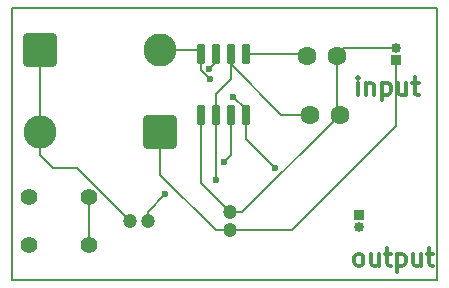
<source format=gbr>
%TF.GenerationSoftware,KiCad,Pcbnew,9.0.7*%
%TF.CreationDate,2026-02-27T12:11:23+01:00*%
%TF.ProjectId,Voltage_Doubler,566f6c74-6167-4655-9f44-6f75626c6572,1.0*%
%TF.SameCoordinates,Original*%
%TF.FileFunction,Copper,L1,Top*%
%TF.FilePolarity,Positive*%
%FSLAX46Y46*%
G04 Gerber Fmt 4.6, Leading zero omitted, Abs format (unit mm)*
G04 Created by KiCad (PCBNEW 9.0.7) date 2026-02-27 12:11:23*
%MOMM*%
%LPD*%
G01*
G04 APERTURE LIST*
G04 Aperture macros list*
%AMRoundRect*
0 Rectangle with rounded corners*
0 $1 Rounding radius*
0 $2 $3 $4 $5 $6 $7 $8 $9 X,Y pos of 4 corners*
0 Add a 4 corners polygon primitive as box body*
4,1,4,$2,$3,$4,$5,$6,$7,$8,$9,$2,$3,0*
0 Add four circle primitives for the rounded corners*
1,1,$1+$1,$2,$3*
1,1,$1+$1,$4,$5*
1,1,$1+$1,$6,$7*
1,1,$1+$1,$8,$9*
0 Add four rect primitives between the rounded corners*
20,1,$1+$1,$2,$3,$4,$5,0*
20,1,$1+$1,$4,$5,$6,$7,0*
20,1,$1+$1,$6,$7,$8,$9,0*
20,1,$1+$1,$8,$9,$2,$3,0*%
G04 Aperture macros list end*
%ADD10C,0.300000*%
%TA.AperFunction,NonConductor*%
%ADD11C,0.300000*%
%TD*%
%TA.AperFunction,NonConductor*%
%ADD12C,0.200000*%
%TD*%
%TA.AperFunction,SMDPad,CuDef*%
%ADD13RoundRect,0.150000X0.150000X-0.725000X0.150000X0.725000X-0.150000X0.725000X-0.150000X-0.725000X0*%
%TD*%
%TA.AperFunction,ComponentPad*%
%ADD14C,1.400000*%
%TD*%
%TA.AperFunction,ComponentPad*%
%ADD15C,0.850000*%
%TD*%
%TA.AperFunction,ComponentPad*%
%ADD16R,0.850000X0.850000*%
%TD*%
%TA.AperFunction,ComponentPad*%
%ADD17C,2.800000*%
%TD*%
%TA.AperFunction,ComponentPad*%
%ADD18RoundRect,0.250001X1.149999X1.149999X-1.149999X1.149999X-1.149999X-1.149999X1.149999X-1.149999X0*%
%TD*%
%TA.AperFunction,ComponentPad*%
%ADD19RoundRect,0.250001X-1.149999X-1.149999X1.149999X-1.149999X1.149999X1.149999X-1.149999X1.149999X0*%
%TD*%
%TA.AperFunction,ComponentPad*%
%ADD20C,1.200000*%
%TD*%
%TA.AperFunction,ComponentPad*%
%ADD21C,1.600000*%
%TD*%
%TA.AperFunction,ViaPad*%
%ADD22C,0.600000*%
%TD*%
%TA.AperFunction,Conductor*%
%ADD23C,0.200000*%
%TD*%
G04 APERTURE END LIST*
D10*
D11*
X668768796Y-297800828D02*
X668625939Y-297729400D01*
X668625939Y-297729400D02*
X668554510Y-297657971D01*
X668554510Y-297657971D02*
X668483082Y-297515114D01*
X668483082Y-297515114D02*
X668483082Y-297086542D01*
X668483082Y-297086542D02*
X668554510Y-296943685D01*
X668554510Y-296943685D02*
X668625939Y-296872257D01*
X668625939Y-296872257D02*
X668768796Y-296800828D01*
X668768796Y-296800828D02*
X668983082Y-296800828D01*
X668983082Y-296800828D02*
X669125939Y-296872257D01*
X669125939Y-296872257D02*
X669197368Y-296943685D01*
X669197368Y-296943685D02*
X669268796Y-297086542D01*
X669268796Y-297086542D02*
X669268796Y-297515114D01*
X669268796Y-297515114D02*
X669197368Y-297657971D01*
X669197368Y-297657971D02*
X669125939Y-297729400D01*
X669125939Y-297729400D02*
X668983082Y-297800828D01*
X668983082Y-297800828D02*
X668768796Y-297800828D01*
X670554511Y-296800828D02*
X670554511Y-297800828D01*
X669911653Y-296800828D02*
X669911653Y-297586542D01*
X669911653Y-297586542D02*
X669983082Y-297729400D01*
X669983082Y-297729400D02*
X670125939Y-297800828D01*
X670125939Y-297800828D02*
X670340225Y-297800828D01*
X670340225Y-297800828D02*
X670483082Y-297729400D01*
X670483082Y-297729400D02*
X670554511Y-297657971D01*
X671054511Y-296800828D02*
X671625939Y-296800828D01*
X671268796Y-296300828D02*
X671268796Y-297586542D01*
X671268796Y-297586542D02*
X671340225Y-297729400D01*
X671340225Y-297729400D02*
X671483082Y-297800828D01*
X671483082Y-297800828D02*
X671625939Y-297800828D01*
X672125939Y-296800828D02*
X672125939Y-298300828D01*
X672125939Y-296872257D02*
X672268797Y-296800828D01*
X672268797Y-296800828D02*
X672554511Y-296800828D01*
X672554511Y-296800828D02*
X672697368Y-296872257D01*
X672697368Y-296872257D02*
X672768797Y-296943685D01*
X672768797Y-296943685D02*
X672840225Y-297086542D01*
X672840225Y-297086542D02*
X672840225Y-297515114D01*
X672840225Y-297515114D02*
X672768797Y-297657971D01*
X672768797Y-297657971D02*
X672697368Y-297729400D01*
X672697368Y-297729400D02*
X672554511Y-297800828D01*
X672554511Y-297800828D02*
X672268797Y-297800828D01*
X672268797Y-297800828D02*
X672125939Y-297729400D01*
X674125940Y-296800828D02*
X674125940Y-297800828D01*
X673483082Y-296800828D02*
X673483082Y-297586542D01*
X673483082Y-297586542D02*
X673554511Y-297729400D01*
X673554511Y-297729400D02*
X673697368Y-297800828D01*
X673697368Y-297800828D02*
X673911654Y-297800828D01*
X673911654Y-297800828D02*
X674054511Y-297729400D01*
X674054511Y-297729400D02*
X674125940Y-297657971D01*
X674625940Y-296800828D02*
X675197368Y-296800828D01*
X674840225Y-296300828D02*
X674840225Y-297586542D01*
X674840225Y-297586542D02*
X674911654Y-297729400D01*
X674911654Y-297729400D02*
X675054511Y-297800828D01*
X675054511Y-297800828D02*
X675197368Y-297800828D01*
D10*
D11*
X668804510Y-283300828D02*
X668804510Y-282300828D01*
X668804510Y-281800828D02*
X668733082Y-281872257D01*
X668733082Y-281872257D02*
X668804510Y-281943685D01*
X668804510Y-281943685D02*
X668875939Y-281872257D01*
X668875939Y-281872257D02*
X668804510Y-281800828D01*
X668804510Y-281800828D02*
X668804510Y-281943685D01*
X669518796Y-282300828D02*
X669518796Y-283300828D01*
X669518796Y-282443685D02*
X669590225Y-282372257D01*
X669590225Y-282372257D02*
X669733082Y-282300828D01*
X669733082Y-282300828D02*
X669947368Y-282300828D01*
X669947368Y-282300828D02*
X670090225Y-282372257D01*
X670090225Y-282372257D02*
X670161654Y-282515114D01*
X670161654Y-282515114D02*
X670161654Y-283300828D01*
X670875939Y-282300828D02*
X670875939Y-283800828D01*
X670875939Y-282372257D02*
X671018797Y-282300828D01*
X671018797Y-282300828D02*
X671304511Y-282300828D01*
X671304511Y-282300828D02*
X671447368Y-282372257D01*
X671447368Y-282372257D02*
X671518797Y-282443685D01*
X671518797Y-282443685D02*
X671590225Y-282586542D01*
X671590225Y-282586542D02*
X671590225Y-283015114D01*
X671590225Y-283015114D02*
X671518797Y-283157971D01*
X671518797Y-283157971D02*
X671447368Y-283229400D01*
X671447368Y-283229400D02*
X671304511Y-283300828D01*
X671304511Y-283300828D02*
X671018797Y-283300828D01*
X671018797Y-283300828D02*
X670875939Y-283229400D01*
X672875940Y-282300828D02*
X672875940Y-283300828D01*
X672233082Y-282300828D02*
X672233082Y-283086542D01*
X672233082Y-283086542D02*
X672304511Y-283229400D01*
X672304511Y-283229400D02*
X672447368Y-283300828D01*
X672447368Y-283300828D02*
X672661654Y-283300828D01*
X672661654Y-283300828D02*
X672804511Y-283229400D01*
X672804511Y-283229400D02*
X672875940Y-283157971D01*
X673375940Y-282300828D02*
X673947368Y-282300828D01*
X673590225Y-281800828D02*
X673590225Y-283086542D01*
X673590225Y-283086542D02*
X673661654Y-283229400D01*
X673661654Y-283229400D02*
X673804511Y-283300828D01*
X673804511Y-283300828D02*
X673947368Y-283300828D01*
D12*
X639500000Y-299000000D02*
X639500000Y-276000000D01*
X675500000Y-299000000D02*
X639500000Y-299000000D01*
X675500000Y-276000000D02*
X675500000Y-299000000D01*
X639500000Y-276000000D02*
X675500000Y-276000000D01*
D13*
%TO.P,U1,1,GND*%
%TO.N,GND*%
X655500000Y-285000000D03*
%TO.P,U1,2,TRIG*%
%TO.N,Net-(U1-THRES)*%
X656770000Y-285000000D03*
%TO.P,U1,3,OUT*%
%TO.N,Net-(U1-OUT)*%
X658040000Y-285000000D03*
%TO.P,U1,4,~{RST}*%
%TO.N,+5V*%
X659310000Y-285000000D03*
%TO.P,U1,5,CONT*%
%TO.N,Net-(U1-CONT)*%
X659310000Y-279850000D03*
%TO.P,U1,6,THRES*%
%TO.N,Net-(U1-THRES)*%
X658040000Y-279850000D03*
%TO.P,U1,7,DISCH*%
%TO.N,Net-(U1-DISCH)*%
X656770000Y-279850000D03*
%TO.P,U1,8,VCC*%
%TO.N,+5V*%
X655500000Y-279850000D03*
%TD*%
D14*
%TO.P,R2,2*%
%TO.N,Net-(U1-THRES)*%
X640960000Y-296000000D03*
%TO.P,R2,1*%
%TO.N,Net-(U1-DISCH)*%
X646040000Y-296000000D03*
%TD*%
%TO.P,R1,1*%
%TO.N,+5V*%
X640920000Y-292000000D03*
%TO.P,R1,2*%
%TO.N,Net-(U1-DISCH)*%
X646000000Y-292000000D03*
%TD*%
D15*
%TO.P,J2,2,Pin_2*%
%TO.N,GND*%
X668875000Y-294500000D03*
D16*
%TO.P,J2,1,Pin_1*%
%TO.N,+5V*%
X668875000Y-293500000D03*
%TD*%
%TO.P,J1,1,Pin_1*%
%TO.N,Net-(D2-K)*%
X672000000Y-280375000D03*
D15*
%TO.P,J1,2,Pin_2*%
%TO.N,GND*%
X672000000Y-279375000D03*
%TD*%
D17*
%TO.P,D2,2,A*%
%TO.N,Net-(D1-K)*%
X641920000Y-286500000D03*
D18*
%TO.P,D2,1,K*%
%TO.N,Net-(D2-K)*%
X652080000Y-286500000D03*
%TD*%
D17*
%TO.P,D1,2,A*%
%TO.N,+5V*%
X652000000Y-279500000D03*
D19*
%TO.P,D1,1,K*%
%TO.N,Net-(D1-K)*%
X641840000Y-279500000D03*
%TD*%
D20*
%TO.P,C4,1*%
%TO.N,Net-(D2-K)*%
X658000000Y-294750000D03*
%TO.P,C4,2*%
%TO.N,GND*%
X658000000Y-293250000D03*
%TD*%
%TO.P,C3,1*%
%TO.N,Net-(D1-K)*%
X649500000Y-294000000D03*
%TO.P,C3,2*%
%TO.N,Net-(U1-OUT)*%
X651000000Y-294000000D03*
%TD*%
D21*
%TO.P,C2,2*%
%TO.N,GND*%
X667250000Y-285000000D03*
%TO.P,C2,1*%
%TO.N,Net-(U1-THRES)*%
X664750000Y-285000000D03*
%TD*%
%TO.P,C1,1*%
%TO.N,GND*%
X667000000Y-280000000D03*
%TO.P,C1,2*%
%TO.N,Net-(U1-CONT)*%
X664500000Y-280000000D03*
%TD*%
D22*
%TO.N,Net-(U1-DISCH)*%
X656206358Y-281107829D03*
%TO.N,Net-(U1-OUT)*%
X652500000Y-291750000D03*
X657500000Y-289000000D03*
%TO.N,+5V*%
X656250000Y-282000000D03*
X658250000Y-283500000D03*
X661750000Y-289500000D03*
%TO.N,Net-(U1-THRES)*%
X656750000Y-290500000D03*
%TD*%
D23*
%TO.N,Net-(U1-DISCH)*%
X656206358Y-281107829D02*
X656770000Y-280544187D01*
X656770000Y-280544187D02*
X656770000Y-279850000D01*
%TO.N,Net-(U1-OUT)*%
X652500000Y-291750000D02*
X651000000Y-293250000D01*
X651000000Y-293250000D02*
X651000000Y-294000000D01*
X658040000Y-285000000D02*
X658040000Y-288460000D01*
X658040000Y-288460000D02*
X657500000Y-289000000D01*
%TO.N,+5V*%
X655500000Y-279850000D02*
X655500000Y-281250000D01*
X655500000Y-281250000D02*
X656250000Y-282000000D01*
X659310000Y-284560000D02*
X659310000Y-285000000D01*
X658250000Y-283500000D02*
X659310000Y-284560000D01*
%TO.N,Net-(U1-THRES)*%
X664750000Y-285000000D02*
X662315001Y-285000000D01*
X662315001Y-285000000D02*
X658040000Y-280724999D01*
X658040000Y-280724999D02*
X658040000Y-279850000D01*
X656770000Y-285000000D02*
X656770000Y-283230000D01*
X656770000Y-283230000D02*
X658040000Y-281960000D01*
X658040000Y-281960000D02*
X658040000Y-279850000D01*
%TO.N,+5V*%
X661750000Y-289500000D02*
X659310000Y-287060000D01*
X659310000Y-287060000D02*
X659310000Y-285000000D01*
%TO.N,GND*%
X667250000Y-285000000D02*
X659000000Y-293250000D01*
X659000000Y-293250000D02*
X658000000Y-293250000D01*
X667250000Y-285000000D02*
X667250000Y-284750000D01*
X667250000Y-284750000D02*
X667000000Y-284500000D01*
X667000000Y-284500000D02*
X667000000Y-280000000D01*
X672000000Y-279375000D02*
X667625000Y-279375000D01*
X667625000Y-279375000D02*
X667000000Y-280000000D01*
%TO.N,Net-(U1-CONT)*%
X664500000Y-280000000D02*
X664250000Y-280000000D01*
X664250000Y-280000000D02*
X664100000Y-279850000D01*
X664100000Y-279850000D02*
X659310000Y-279850000D01*
%TO.N,+5V*%
X652000000Y-279500000D02*
X655150000Y-279500000D01*
X655150000Y-279500000D02*
X655500000Y-279850000D01*
%TO.N,Net-(U1-THRES)*%
X656750000Y-290500000D02*
X656770000Y-290480000D01*
X656770000Y-290480000D02*
X656770000Y-285000000D01*
%TO.N,Net-(D2-K)*%
X658000000Y-294750000D02*
X663250000Y-294750000D01*
X663250000Y-294750000D02*
X672000000Y-286000000D01*
X672000000Y-286000000D02*
X672000000Y-280375000D01*
X658000000Y-294750000D02*
X656750000Y-294750000D01*
X652080000Y-290080000D02*
X652080000Y-286500000D01*
X656750000Y-294750000D02*
X652080000Y-290080000D01*
%TO.N,Net-(D1-K)*%
X645000000Y-289500000D02*
X643000000Y-289500000D01*
X649500000Y-294000000D02*
X645000000Y-289500000D01*
X643000000Y-289500000D02*
X641920000Y-288420000D01*
X641920000Y-288420000D02*
X641920000Y-286500000D01*
%TO.N,Net-(U1-DISCH)*%
X646040000Y-296000000D02*
X646040000Y-292040000D01*
X646040000Y-292040000D02*
X646000000Y-292000000D01*
%TO.N,GND*%
X655500000Y-285000000D02*
X655500000Y-290750000D01*
X655500000Y-290750000D02*
X658000000Y-293250000D01*
%TO.N,Net-(D1-K)*%
X641840000Y-279500000D02*
X641840000Y-286420000D01*
X641840000Y-286420000D02*
X641920000Y-286500000D01*
%TD*%
M02*

</source>
